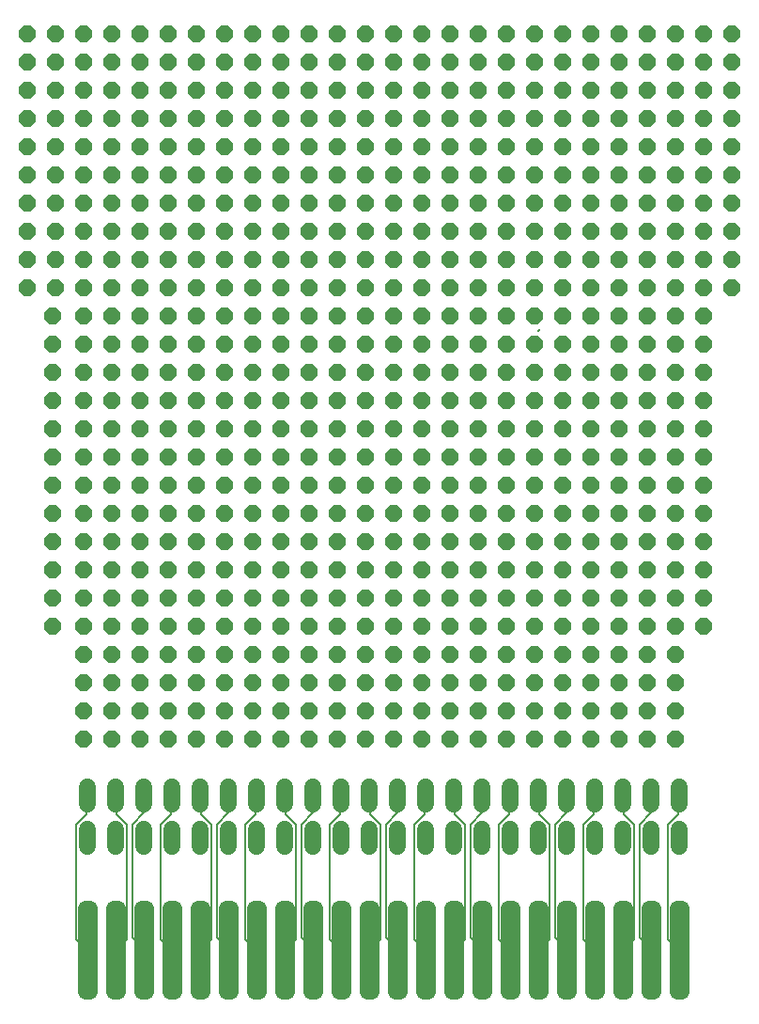
<source format=gbr>
G04 EAGLE Gerber RS-274X export*
G75*
%MOMM*%
%FSLAX34Y34*%
%LPD*%
%INBottom Copper*%
%IPPOS*%
%AMOC8*
5,1,8,0,0,1.08239X$1,22.5*%
G01*
%ADD10C,1.524000*%
%ADD11C,1.333500*%
%ADD12C,0.152400*%
%ADD13P,1.649562X8X22.500000*%


D10*
X558800Y172720D02*
X558800Y157480D01*
X533400Y157480D02*
X533400Y172720D01*
X508000Y172720D02*
X508000Y157480D01*
X482600Y157480D02*
X482600Y172720D01*
X457200Y172720D02*
X457200Y157480D01*
X431800Y157480D02*
X431800Y172720D01*
X406400Y172720D02*
X406400Y157480D01*
X381000Y157480D02*
X381000Y172720D01*
X355600Y172720D02*
X355600Y157480D01*
X330200Y157480D02*
X330200Y172720D01*
X304800Y172720D02*
X304800Y157480D01*
X279400Y157480D02*
X279400Y172720D01*
X254000Y172720D02*
X254000Y157480D01*
X228600Y157480D02*
X228600Y172720D01*
X203200Y172720D02*
X203200Y157480D01*
X177800Y157480D02*
X177800Y172720D01*
X152400Y172720D02*
X152400Y157480D01*
X127000Y157480D02*
X127000Y172720D01*
X101600Y172720D02*
X101600Y157480D01*
X76200Y157480D02*
X76200Y172720D01*
X50800Y172720D02*
X50800Y157480D01*
X25400Y157480D02*
X25400Y172720D01*
X558800Y195580D02*
X558800Y210820D01*
X533400Y210820D02*
X533400Y195580D01*
X508000Y195580D02*
X508000Y210820D01*
X482600Y210820D02*
X482600Y195580D01*
X457200Y195580D02*
X457200Y210820D01*
X431800Y210820D02*
X431800Y195580D01*
X406400Y195580D02*
X406400Y210820D01*
X381000Y210820D02*
X381000Y195580D01*
X355600Y195580D02*
X355600Y210820D01*
X330200Y210820D02*
X330200Y195580D01*
X304800Y195580D02*
X304800Y210820D01*
X279400Y210820D02*
X279400Y195580D01*
X254000Y195580D02*
X254000Y210820D01*
X228600Y210820D02*
X228600Y195580D01*
X203200Y195580D02*
X203200Y210820D01*
X177800Y210820D02*
X177800Y195580D01*
X152400Y195580D02*
X152400Y210820D01*
X127000Y210820D02*
X127000Y195580D01*
X101600Y195580D02*
X101600Y210820D01*
X76200Y210820D02*
X76200Y195580D01*
X50800Y195580D02*
X50800Y210820D01*
X25400Y210820D02*
X25400Y195580D01*
D11*
X556577Y101283D02*
X561023Y101283D01*
X561023Y25717D01*
X556577Y25717D01*
X556577Y101283D01*
X556577Y38385D02*
X561023Y38385D01*
X561023Y51053D02*
X556577Y51053D01*
X556577Y63721D02*
X561023Y63721D01*
X561023Y76389D02*
X556577Y76389D01*
X556577Y89057D02*
X561023Y89057D01*
X535623Y101283D02*
X531177Y101283D01*
X535623Y101283D02*
X535623Y25717D01*
X531177Y25717D01*
X531177Y101283D01*
X531177Y38385D02*
X535623Y38385D01*
X535623Y51053D02*
X531177Y51053D01*
X531177Y63721D02*
X535623Y63721D01*
X535623Y76389D02*
X531177Y76389D01*
X531177Y89057D02*
X535623Y89057D01*
X510223Y101283D02*
X505777Y101283D01*
X510223Y101283D02*
X510223Y25717D01*
X505777Y25717D01*
X505777Y101283D01*
X505777Y38385D02*
X510223Y38385D01*
X510223Y51053D02*
X505777Y51053D01*
X505777Y63721D02*
X510223Y63721D01*
X510223Y76389D02*
X505777Y76389D01*
X505777Y89057D02*
X510223Y89057D01*
X484823Y101283D02*
X480377Y101283D01*
X484823Y101283D02*
X484823Y25717D01*
X480377Y25717D01*
X480377Y101283D01*
X480377Y38385D02*
X484823Y38385D01*
X484823Y51053D02*
X480377Y51053D01*
X480377Y63721D02*
X484823Y63721D01*
X484823Y76389D02*
X480377Y76389D01*
X480377Y89057D02*
X484823Y89057D01*
X459423Y101283D02*
X454977Y101283D01*
X459423Y101283D02*
X459423Y25717D01*
X454977Y25717D01*
X454977Y101283D01*
X454977Y38385D02*
X459423Y38385D01*
X459423Y51053D02*
X454977Y51053D01*
X454977Y63721D02*
X459423Y63721D01*
X459423Y76389D02*
X454977Y76389D01*
X454977Y89057D02*
X459423Y89057D01*
X434023Y101283D02*
X429577Y101283D01*
X434023Y101283D02*
X434023Y25717D01*
X429577Y25717D01*
X429577Y101283D01*
X429577Y38385D02*
X434023Y38385D01*
X434023Y51053D02*
X429577Y51053D01*
X429577Y63721D02*
X434023Y63721D01*
X434023Y76389D02*
X429577Y76389D01*
X429577Y89057D02*
X434023Y89057D01*
X408623Y101283D02*
X404177Y101283D01*
X408623Y101283D02*
X408623Y25717D01*
X404177Y25717D01*
X404177Y101283D01*
X404177Y38385D02*
X408623Y38385D01*
X408623Y51053D02*
X404177Y51053D01*
X404177Y63721D02*
X408623Y63721D01*
X408623Y76389D02*
X404177Y76389D01*
X404177Y89057D02*
X408623Y89057D01*
X383223Y101283D02*
X378777Y101283D01*
X383223Y101283D02*
X383223Y25717D01*
X378777Y25717D01*
X378777Y101283D01*
X378777Y38385D02*
X383223Y38385D01*
X383223Y51053D02*
X378777Y51053D01*
X378777Y63721D02*
X383223Y63721D01*
X383223Y76389D02*
X378777Y76389D01*
X378777Y89057D02*
X383223Y89057D01*
X357823Y101283D02*
X353377Y101283D01*
X357823Y101283D02*
X357823Y25717D01*
X353377Y25717D01*
X353377Y101283D01*
X353377Y38385D02*
X357823Y38385D01*
X357823Y51053D02*
X353377Y51053D01*
X353377Y63721D02*
X357823Y63721D01*
X357823Y76389D02*
X353377Y76389D01*
X353377Y89057D02*
X357823Y89057D01*
X332423Y101283D02*
X327977Y101283D01*
X332423Y101283D02*
X332423Y25717D01*
X327977Y25717D01*
X327977Y101283D01*
X327977Y38385D02*
X332423Y38385D01*
X332423Y51053D02*
X327977Y51053D01*
X327977Y63721D02*
X332423Y63721D01*
X332423Y76389D02*
X327977Y76389D01*
X327977Y89057D02*
X332423Y89057D01*
X307023Y101283D02*
X302577Y101283D01*
X307023Y101283D02*
X307023Y25717D01*
X302577Y25717D01*
X302577Y101283D01*
X302577Y38385D02*
X307023Y38385D01*
X307023Y51053D02*
X302577Y51053D01*
X302577Y63721D02*
X307023Y63721D01*
X307023Y76389D02*
X302577Y76389D01*
X302577Y89057D02*
X307023Y89057D01*
X281623Y101283D02*
X277177Y101283D01*
X281623Y101283D02*
X281623Y25717D01*
X277177Y25717D01*
X277177Y101283D01*
X277177Y38385D02*
X281623Y38385D01*
X281623Y51053D02*
X277177Y51053D01*
X277177Y63721D02*
X281623Y63721D01*
X281623Y76389D02*
X277177Y76389D01*
X277177Y89057D02*
X281623Y89057D01*
X256223Y101283D02*
X251777Y101283D01*
X256223Y101283D02*
X256223Y25717D01*
X251777Y25717D01*
X251777Y101283D01*
X251777Y38385D02*
X256223Y38385D01*
X256223Y51053D02*
X251777Y51053D01*
X251777Y63721D02*
X256223Y63721D01*
X256223Y76389D02*
X251777Y76389D01*
X251777Y89057D02*
X256223Y89057D01*
X230823Y101283D02*
X226377Y101283D01*
X230823Y101283D02*
X230823Y25717D01*
X226377Y25717D01*
X226377Y101283D01*
X226377Y38385D02*
X230823Y38385D01*
X230823Y51053D02*
X226377Y51053D01*
X226377Y63721D02*
X230823Y63721D01*
X230823Y76389D02*
X226377Y76389D01*
X226377Y89057D02*
X230823Y89057D01*
X205423Y101283D02*
X200977Y101283D01*
X205423Y101283D02*
X205423Y25717D01*
X200977Y25717D01*
X200977Y101283D01*
X200977Y38385D02*
X205423Y38385D01*
X205423Y51053D02*
X200977Y51053D01*
X200977Y63721D02*
X205423Y63721D01*
X205423Y76389D02*
X200977Y76389D01*
X200977Y89057D02*
X205423Y89057D01*
X180023Y101283D02*
X175577Y101283D01*
X180023Y101283D02*
X180023Y25717D01*
X175577Y25717D01*
X175577Y101283D01*
X175577Y38385D02*
X180023Y38385D01*
X180023Y51053D02*
X175577Y51053D01*
X175577Y63721D02*
X180023Y63721D01*
X180023Y76389D02*
X175577Y76389D01*
X175577Y89057D02*
X180023Y89057D01*
X154623Y101283D02*
X150177Y101283D01*
X154623Y101283D02*
X154623Y25717D01*
X150177Y25717D01*
X150177Y101283D01*
X150177Y38385D02*
X154623Y38385D01*
X154623Y51053D02*
X150177Y51053D01*
X150177Y63721D02*
X154623Y63721D01*
X154623Y76389D02*
X150177Y76389D01*
X150177Y89057D02*
X154623Y89057D01*
X129223Y101283D02*
X124777Y101283D01*
X129223Y101283D02*
X129223Y25717D01*
X124777Y25717D01*
X124777Y101283D01*
X124777Y38385D02*
X129223Y38385D01*
X129223Y51053D02*
X124777Y51053D01*
X124777Y63721D02*
X129223Y63721D01*
X129223Y76389D02*
X124777Y76389D01*
X124777Y89057D02*
X129223Y89057D01*
X103823Y101283D02*
X99377Y101283D01*
X103823Y101283D02*
X103823Y25717D01*
X99377Y25717D01*
X99377Y101283D01*
X99377Y38385D02*
X103823Y38385D01*
X103823Y51053D02*
X99377Y51053D01*
X99377Y63721D02*
X103823Y63721D01*
X103823Y76389D02*
X99377Y76389D01*
X99377Y89057D02*
X103823Y89057D01*
X78423Y101283D02*
X73977Y101283D01*
X78423Y101283D02*
X78423Y25717D01*
X73977Y25717D01*
X73977Y101283D01*
X73977Y38385D02*
X78423Y38385D01*
X78423Y51053D02*
X73977Y51053D01*
X73977Y63721D02*
X78423Y63721D01*
X78423Y76389D02*
X73977Y76389D01*
X73977Y89057D02*
X78423Y89057D01*
X53023Y101283D02*
X48577Y101283D01*
X53023Y101283D02*
X53023Y25717D01*
X48577Y25717D01*
X48577Y101283D01*
X48577Y38385D02*
X53023Y38385D01*
X53023Y51053D02*
X48577Y51053D01*
X48577Y63721D02*
X53023Y63721D01*
X53023Y76389D02*
X48577Y76389D01*
X48577Y89057D02*
X53023Y89057D01*
X27623Y101283D02*
X23177Y101283D01*
X27623Y101283D02*
X27623Y25717D01*
X23177Y25717D01*
X23177Y101283D01*
X23177Y38385D02*
X27623Y38385D01*
X27623Y51053D02*
X23177Y51053D01*
X23177Y63721D02*
X27623Y63721D01*
X27623Y76389D02*
X23177Y76389D01*
X23177Y89057D02*
X27623Y89057D01*
D12*
X557784Y185928D02*
X557784Y202692D01*
X557784Y185928D02*
X548640Y176784D01*
X548640Y73152D01*
X557784Y64008D01*
X557784Y202692D02*
X558800Y203200D01*
X557784Y64008D02*
X558800Y63500D01*
X533400Y187452D02*
X533400Y203200D01*
X533400Y187452D02*
X522732Y176784D01*
X522732Y74676D01*
X533400Y64008D01*
X533400Y63500D01*
X509016Y185928D02*
X509016Y202692D01*
X509016Y185928D02*
X518160Y176784D01*
X518160Y73152D01*
X509016Y64008D01*
X509016Y202692D02*
X508000Y203200D01*
X509016Y64008D02*
X508000Y63500D01*
X481584Y185928D02*
X481584Y202692D01*
X481584Y185928D02*
X472440Y176784D01*
X472440Y73152D01*
X481584Y64008D01*
X481584Y202692D02*
X482600Y203200D01*
X481584Y64008D02*
X482600Y63500D01*
X457200Y187452D02*
X457200Y203200D01*
X457200Y187452D02*
X446532Y176784D01*
X446532Y74676D01*
X457200Y64008D01*
X457200Y63500D01*
X432816Y185928D02*
X432816Y202692D01*
X432816Y185928D02*
X441960Y176784D01*
X441960Y73152D01*
X432816Y64008D01*
X432816Y202692D02*
X431800Y203200D01*
X432816Y64008D02*
X431800Y63500D01*
X405384Y185928D02*
X405384Y202692D01*
X405384Y185928D02*
X396240Y176784D01*
X396240Y73152D01*
X405384Y64008D01*
X405384Y202692D02*
X406400Y203200D01*
X405384Y64008D02*
X406400Y63500D01*
X381000Y187452D02*
X381000Y203200D01*
X381000Y187452D02*
X370332Y176784D01*
X370332Y74676D01*
X381000Y64008D01*
X381000Y63500D01*
X356616Y185928D02*
X356616Y202692D01*
X356616Y185928D02*
X365760Y176784D01*
X365760Y73152D01*
X356616Y64008D01*
X356616Y202692D02*
X355600Y203200D01*
X356616Y64008D02*
X355600Y63500D01*
X329184Y185928D02*
X329184Y202692D01*
X329184Y185928D02*
X320040Y176784D01*
X320040Y73152D01*
X329184Y64008D01*
X329184Y202692D02*
X330200Y203200D01*
X329184Y64008D02*
X330200Y63500D01*
X304800Y187452D02*
X304800Y203200D01*
X304800Y187452D02*
X294132Y176784D01*
X294132Y74676D01*
X304800Y64008D01*
X304800Y63500D01*
X280416Y185928D02*
X280416Y202692D01*
X280416Y185928D02*
X289560Y176784D01*
X289560Y73152D01*
X280416Y64008D01*
X280416Y202692D02*
X279400Y203200D01*
X280416Y64008D02*
X279400Y63500D01*
X252984Y185928D02*
X252984Y202692D01*
X252984Y185928D02*
X243840Y176784D01*
X243840Y73152D01*
X252984Y64008D01*
X252984Y202692D02*
X254000Y203200D01*
X252984Y64008D02*
X254000Y63500D01*
X228600Y187452D02*
X228600Y203200D01*
X228600Y187452D02*
X217932Y176784D01*
X217932Y74676D01*
X228600Y64008D01*
X228600Y63500D01*
X204216Y185928D02*
X204216Y202692D01*
X204216Y185928D02*
X213360Y176784D01*
X213360Y73152D01*
X204216Y64008D01*
X204216Y202692D02*
X203200Y203200D01*
X204216Y64008D02*
X203200Y63500D01*
X176784Y185928D02*
X176784Y202692D01*
X176784Y185928D02*
X167640Y176784D01*
X167640Y73152D01*
X176784Y64008D01*
X176784Y202692D02*
X177800Y203200D01*
X176784Y64008D02*
X177800Y63500D01*
X152400Y187452D02*
X152400Y203200D01*
X152400Y187452D02*
X141732Y176784D01*
X141732Y74676D01*
X152400Y64008D01*
X152400Y63500D01*
X128016Y185928D02*
X128016Y202692D01*
X128016Y185928D02*
X137160Y176784D01*
X137160Y73152D01*
X128016Y64008D01*
X128016Y202692D02*
X127000Y203200D01*
X128016Y64008D02*
X127000Y63500D01*
X100584Y185928D02*
X100584Y202692D01*
X100584Y185928D02*
X91440Y176784D01*
X91440Y73152D01*
X100584Y64008D01*
X100584Y202692D02*
X101600Y203200D01*
X100584Y64008D02*
X101600Y63500D01*
X76200Y187452D02*
X76200Y203200D01*
X76200Y187452D02*
X65532Y176784D01*
X65532Y74676D01*
X76200Y64008D01*
X76200Y63500D01*
X51816Y185928D02*
X51816Y202692D01*
X51816Y185928D02*
X60960Y176784D01*
X60960Y73152D01*
X51816Y64008D01*
X51816Y202692D02*
X50800Y203200D01*
X51816Y64008D02*
X50800Y63500D01*
X24384Y185928D02*
X24384Y202692D01*
X24384Y185928D02*
X15240Y176784D01*
X15240Y73152D01*
X24384Y64008D01*
X24384Y202692D02*
X25400Y203200D01*
X24384Y64008D02*
X25400Y63500D01*
X431800Y621030D02*
X433324Y622554D01*
D13*
X555244Y431546D03*
X555244Y406146D03*
X555244Y380746D03*
X555244Y355346D03*
X555244Y329946D03*
X555244Y304546D03*
X555244Y279146D03*
X529844Y253746D03*
X555244Y253746D03*
X504444Y253746D03*
X529844Y279146D03*
X479044Y253746D03*
X529844Y304546D03*
X504444Y279146D03*
X453644Y253746D03*
X504444Y304546D03*
X479044Y279146D03*
X479044Y304546D03*
X453644Y279146D03*
X453644Y304546D03*
X428244Y304546D03*
X428244Y253746D03*
X428244Y279146D03*
X402844Y304546D03*
X402844Y253746D03*
X402844Y279146D03*
X377444Y304546D03*
X377444Y253746D03*
X377444Y279146D03*
X352044Y304546D03*
X352044Y253746D03*
X352044Y279146D03*
X326644Y304546D03*
X326644Y253746D03*
X326644Y279146D03*
X301244Y304546D03*
X301244Y253746D03*
X301244Y279146D03*
X275844Y304546D03*
X275844Y253746D03*
X275844Y279146D03*
X250444Y304546D03*
X250444Y253746D03*
X250444Y279146D03*
X225044Y304546D03*
X225044Y253746D03*
X225044Y279146D03*
X199644Y304546D03*
X199644Y253746D03*
X199644Y279146D03*
X174244Y304546D03*
X174244Y253746D03*
X174244Y279146D03*
X148844Y304546D03*
X148844Y253746D03*
X148844Y279146D03*
X123444Y304546D03*
X123444Y253746D03*
X123444Y279146D03*
X98044Y304546D03*
X98044Y253746D03*
X98044Y279146D03*
X72644Y304546D03*
X72644Y253746D03*
X72644Y279146D03*
X21844Y304546D03*
X47244Y304546D03*
X21844Y253746D03*
X47244Y253746D03*
X21844Y279146D03*
X47244Y279146D03*
X529844Y329946D03*
X504444Y329946D03*
X479044Y329946D03*
X453644Y329946D03*
X428244Y329946D03*
X402844Y329946D03*
X377444Y329946D03*
X352044Y329946D03*
X326644Y329946D03*
X301244Y329946D03*
X275844Y329946D03*
X250444Y329946D03*
X225044Y329946D03*
X199644Y329946D03*
X174244Y329946D03*
X148844Y329946D03*
X123444Y329946D03*
X98044Y329946D03*
X72644Y329946D03*
X21844Y329946D03*
X47244Y329946D03*
X529844Y355346D03*
X504444Y355346D03*
X479044Y355346D03*
X453644Y355346D03*
X428244Y355346D03*
X402844Y355346D03*
X377444Y355346D03*
X352044Y355346D03*
X326644Y355346D03*
X301244Y355346D03*
X275844Y355346D03*
X250444Y355346D03*
X225044Y355346D03*
X199644Y355346D03*
X174244Y355346D03*
X148844Y355346D03*
X123444Y355346D03*
X98044Y355346D03*
X72644Y355346D03*
X21844Y355346D03*
X47244Y355346D03*
X529844Y380746D03*
X504444Y380746D03*
X479044Y380746D03*
X453644Y380746D03*
X428244Y380746D03*
X402844Y380746D03*
X377444Y380746D03*
X352044Y380746D03*
X326644Y380746D03*
X301244Y380746D03*
X275844Y380746D03*
X250444Y380746D03*
X225044Y380746D03*
X199644Y380746D03*
X174244Y380746D03*
X148844Y380746D03*
X123444Y380746D03*
X98044Y380746D03*
X72644Y380746D03*
X21844Y380746D03*
X47244Y380746D03*
X529844Y406146D03*
X504444Y406146D03*
X479044Y406146D03*
X453644Y406146D03*
X428244Y406146D03*
X402844Y406146D03*
X377444Y406146D03*
X352044Y406146D03*
X326644Y406146D03*
X301244Y406146D03*
X275844Y406146D03*
X250444Y406146D03*
X225044Y406146D03*
X199644Y406146D03*
X174244Y406146D03*
X148844Y406146D03*
X123444Y406146D03*
X98044Y406146D03*
X72644Y406146D03*
X21844Y406146D03*
X47244Y406146D03*
X529844Y431546D03*
X504444Y431546D03*
X479044Y431546D03*
X453644Y431546D03*
X428244Y431546D03*
X402844Y431546D03*
X377444Y431546D03*
X352044Y431546D03*
X326644Y431546D03*
X250444Y431546D03*
X225044Y431546D03*
X199644Y431546D03*
X174244Y431546D03*
X148844Y431546D03*
X123444Y431546D03*
X98044Y431546D03*
X72644Y431546D03*
X21844Y431546D03*
X47244Y431546D03*
X555244Y812546D03*
X555244Y787146D03*
X555244Y761746D03*
X555244Y736346D03*
X555244Y710946D03*
X555244Y685546D03*
X555244Y660146D03*
X555244Y634746D03*
X555244Y609346D03*
X555244Y583946D03*
X555244Y558546D03*
X555244Y533146D03*
X555244Y507746D03*
X555244Y482346D03*
X529844Y456946D03*
X555244Y456946D03*
X504444Y456946D03*
X479044Y456946D03*
X453644Y456946D03*
X428244Y456946D03*
X402844Y456946D03*
X377444Y456946D03*
X352044Y456946D03*
X326644Y456946D03*
X250444Y456946D03*
X225044Y456946D03*
X199644Y456946D03*
X174244Y456946D03*
X148844Y456946D03*
X123444Y456946D03*
X98044Y456946D03*
X72644Y456946D03*
X21844Y456946D03*
X47244Y456946D03*
X529844Y482346D03*
X504444Y482346D03*
X479044Y482346D03*
X453644Y482346D03*
X428244Y482346D03*
X402844Y482346D03*
X377444Y482346D03*
X352044Y482346D03*
X326644Y482346D03*
X250444Y482346D03*
X275844Y482346D03*
X275844Y431546D03*
X275844Y456946D03*
X301244Y482346D03*
X301244Y431546D03*
X301244Y456946D03*
X225044Y482346D03*
X199644Y482346D03*
X174244Y482346D03*
X148844Y482346D03*
X123444Y482346D03*
X98044Y482346D03*
X72644Y482346D03*
X21844Y482346D03*
X47244Y482346D03*
X529844Y507746D03*
X504444Y507746D03*
X479044Y507746D03*
X453644Y507746D03*
X428244Y507746D03*
X402844Y507746D03*
X377444Y507746D03*
X352044Y507746D03*
X326644Y507746D03*
X301244Y507746D03*
X275844Y507746D03*
X250444Y507746D03*
X225044Y507746D03*
X199644Y507746D03*
X174244Y507746D03*
X148844Y507746D03*
X123444Y507746D03*
X98044Y507746D03*
X72644Y507746D03*
X21844Y507746D03*
X47244Y507746D03*
X529844Y533146D03*
X504444Y533146D03*
X479044Y533146D03*
X453644Y533146D03*
X428244Y533146D03*
X402844Y533146D03*
X377444Y533146D03*
X352044Y533146D03*
X326644Y533146D03*
X301244Y533146D03*
X275844Y533146D03*
X250444Y533146D03*
X225044Y533146D03*
X199644Y533146D03*
X174244Y533146D03*
X148844Y533146D03*
X123444Y533146D03*
X98044Y533146D03*
X72644Y533146D03*
X21844Y533146D03*
X47244Y533146D03*
X529844Y558546D03*
X504444Y558546D03*
X479044Y558546D03*
X453644Y558546D03*
X428244Y558546D03*
X402844Y558546D03*
X377444Y558546D03*
X352044Y558546D03*
X326644Y558546D03*
X301244Y558546D03*
X275844Y558546D03*
X250444Y558546D03*
X225044Y558546D03*
X199644Y558546D03*
X174244Y558546D03*
X148844Y558546D03*
X123444Y558546D03*
X98044Y558546D03*
X72644Y558546D03*
X21844Y558546D03*
X47244Y558546D03*
X529844Y583946D03*
X504444Y583946D03*
X479044Y583946D03*
X453644Y583946D03*
X428244Y583946D03*
X402844Y583946D03*
X377444Y583946D03*
X352044Y583946D03*
X326644Y583946D03*
X301244Y583946D03*
X275844Y583946D03*
X250444Y583946D03*
X225044Y583946D03*
X199644Y583946D03*
X174244Y583946D03*
X148844Y583946D03*
X123444Y583946D03*
X98044Y583946D03*
X72644Y583946D03*
X21844Y583946D03*
X47244Y583946D03*
X529844Y609346D03*
X504444Y609346D03*
X479044Y609346D03*
X453644Y609346D03*
X428244Y609346D03*
X402844Y609346D03*
X377444Y609346D03*
X352044Y609346D03*
X326644Y609346D03*
X301244Y609346D03*
X275844Y609346D03*
X250444Y609346D03*
X225044Y609346D03*
X199644Y609346D03*
X174244Y609346D03*
X148844Y609346D03*
X123444Y609346D03*
X98044Y609346D03*
X72644Y609346D03*
X21844Y609346D03*
X47244Y609346D03*
X529844Y634746D03*
X504444Y634746D03*
X479044Y634746D03*
X453644Y634746D03*
X428244Y634746D03*
X402844Y634746D03*
X377444Y634746D03*
X352044Y634746D03*
X326644Y634746D03*
X301244Y634746D03*
X275844Y634746D03*
X250444Y634746D03*
X225044Y634746D03*
X199644Y634746D03*
X174244Y634746D03*
X148844Y634746D03*
X123444Y634746D03*
X98044Y634746D03*
X72644Y634746D03*
X21844Y634746D03*
X47244Y634746D03*
X529844Y660146D03*
X504444Y660146D03*
X479044Y660146D03*
X453644Y660146D03*
X428244Y660146D03*
X402844Y660146D03*
X377444Y660146D03*
X352044Y660146D03*
X326644Y660146D03*
X301244Y660146D03*
X275844Y660146D03*
X250444Y660146D03*
X225044Y660146D03*
X199644Y660146D03*
X174244Y660146D03*
X148844Y660146D03*
X123444Y660146D03*
X98044Y660146D03*
X72644Y660146D03*
X47244Y660146D03*
X529844Y685546D03*
X504444Y685546D03*
X479044Y685546D03*
X453644Y685546D03*
X428244Y685546D03*
X402844Y685546D03*
X377444Y685546D03*
X352044Y685546D03*
X326644Y685546D03*
X301244Y685546D03*
X275844Y685546D03*
X250444Y685546D03*
X225044Y685546D03*
X199644Y685546D03*
X174244Y685546D03*
X148844Y685546D03*
X123444Y685546D03*
X98044Y685546D03*
X72644Y685546D03*
X21844Y660146D03*
X47244Y685546D03*
X529844Y710946D03*
X504444Y710946D03*
X479044Y710946D03*
X453644Y710946D03*
X428244Y710946D03*
X402844Y710946D03*
X377444Y710946D03*
X352044Y710946D03*
X326644Y710946D03*
X301244Y710946D03*
X275844Y710946D03*
X250444Y710946D03*
X225044Y710946D03*
X199644Y710946D03*
X174244Y710946D03*
X148844Y710946D03*
X123444Y710946D03*
X98044Y710946D03*
X72644Y710946D03*
X21844Y685546D03*
X47244Y710946D03*
X529844Y736346D03*
X504444Y736346D03*
X479044Y736346D03*
X453644Y736346D03*
X428244Y736346D03*
X402844Y736346D03*
X377444Y736346D03*
X352044Y736346D03*
X326644Y736346D03*
X301244Y736346D03*
X275844Y736346D03*
X250444Y736346D03*
X225044Y736346D03*
X199644Y736346D03*
X174244Y736346D03*
X148844Y736346D03*
X123444Y736346D03*
X98044Y736346D03*
X72644Y736346D03*
X21844Y710946D03*
X47244Y736346D03*
X529844Y812546D03*
X504444Y812546D03*
X479044Y812546D03*
X453644Y812546D03*
X428244Y812546D03*
X402844Y812546D03*
X377444Y812546D03*
X352044Y812546D03*
X326644Y812546D03*
X301244Y812546D03*
X275844Y812546D03*
X250444Y812546D03*
X225044Y812546D03*
X199644Y812546D03*
X174244Y812546D03*
X148844Y812546D03*
X123444Y812546D03*
X98044Y812546D03*
X72644Y812546D03*
X21844Y812546D03*
X47244Y812546D03*
X529844Y761746D03*
X504444Y761746D03*
X479044Y761746D03*
X453644Y761746D03*
X428244Y761746D03*
X402844Y761746D03*
X377444Y761746D03*
X352044Y761746D03*
X326644Y761746D03*
X301244Y761746D03*
X275844Y761746D03*
X250444Y761746D03*
X225044Y761746D03*
X199644Y761746D03*
X174244Y761746D03*
X148844Y761746D03*
X123444Y761746D03*
X98044Y761746D03*
X72644Y761746D03*
X21844Y736346D03*
X47244Y761746D03*
X529844Y787146D03*
X504444Y787146D03*
X479044Y787146D03*
X453644Y787146D03*
X428244Y787146D03*
X402844Y787146D03*
X377444Y787146D03*
X352044Y787146D03*
X326644Y787146D03*
X301244Y787146D03*
X275844Y787146D03*
X250444Y787146D03*
X225044Y787146D03*
X199644Y787146D03*
X174244Y787146D03*
X148844Y787146D03*
X123444Y787146D03*
X98044Y787146D03*
X72644Y787146D03*
X47244Y787146D03*
X21844Y761746D03*
X21844Y787146D03*
X555244Y888746D03*
X555244Y863346D03*
X555244Y837946D03*
X529844Y888746D03*
X504444Y888746D03*
X479044Y888746D03*
X453644Y888746D03*
X428244Y888746D03*
X402844Y888746D03*
X377444Y888746D03*
X352044Y888746D03*
X326644Y888746D03*
X301244Y888746D03*
X275844Y888746D03*
X250444Y888746D03*
X225044Y888746D03*
X199644Y888746D03*
X174244Y888746D03*
X148844Y888746D03*
X123444Y888746D03*
X98044Y888746D03*
X72644Y888746D03*
X21844Y888746D03*
X47244Y888746D03*
X529844Y837946D03*
X504444Y837946D03*
X479044Y837946D03*
X453644Y837946D03*
X428244Y837946D03*
X402844Y837946D03*
X377444Y837946D03*
X352044Y837946D03*
X326644Y837946D03*
X301244Y837946D03*
X275844Y837946D03*
X250444Y837946D03*
X225044Y837946D03*
X199644Y837946D03*
X174244Y837946D03*
X148844Y837946D03*
X123444Y837946D03*
X98044Y837946D03*
X72644Y837946D03*
X47244Y837946D03*
X529844Y863346D03*
X504444Y863346D03*
X479044Y863346D03*
X453644Y863346D03*
X428244Y863346D03*
X402844Y863346D03*
X377444Y863346D03*
X352044Y863346D03*
X326644Y863346D03*
X301244Y863346D03*
X275844Y863346D03*
X250444Y863346D03*
X225044Y863346D03*
X199644Y863346D03*
X174244Y863346D03*
X148844Y863346D03*
X123444Y863346D03*
X98044Y863346D03*
X72644Y863346D03*
X47244Y863346D03*
X21844Y837946D03*
X21844Y863346D03*
X-3556Y660146D03*
X-28956Y660146D03*
X-3556Y685546D03*
X-28956Y685546D03*
X-3556Y710946D03*
X-28956Y710946D03*
X-3556Y736346D03*
X-28956Y812546D03*
X-3556Y812546D03*
X-28956Y736346D03*
X-3556Y761746D03*
X-3556Y787146D03*
X-28956Y761746D03*
X-28956Y787146D03*
X-28956Y888746D03*
X-3556Y888746D03*
X-3556Y837946D03*
X-3556Y863346D03*
X-28956Y837946D03*
X-28956Y863346D03*
X606044Y660146D03*
X580644Y660146D03*
X606044Y685546D03*
X580644Y685546D03*
X606044Y710946D03*
X580644Y710946D03*
X606044Y736346D03*
X580644Y812546D03*
X606044Y812546D03*
X580644Y736346D03*
X606044Y761746D03*
X606044Y787146D03*
X580644Y761746D03*
X580644Y787146D03*
X580644Y888746D03*
X606044Y888746D03*
X606044Y837946D03*
X606044Y863346D03*
X580644Y837946D03*
X580644Y863346D03*
X-6096Y355346D03*
X-6096Y380746D03*
X-6096Y406146D03*
X-6096Y431546D03*
X-6096Y456946D03*
X-6096Y482346D03*
X-6096Y507746D03*
X-6096Y533146D03*
X-6096Y558546D03*
X-6096Y583946D03*
X-6096Y609346D03*
X-6096Y634746D03*
X580644Y355346D03*
X580644Y380746D03*
X580644Y406146D03*
X580644Y431546D03*
X580644Y456946D03*
X580644Y482346D03*
X580644Y507746D03*
X580644Y533146D03*
X580644Y558546D03*
X580644Y583946D03*
X580644Y609346D03*
X580644Y634746D03*
M02*

</source>
